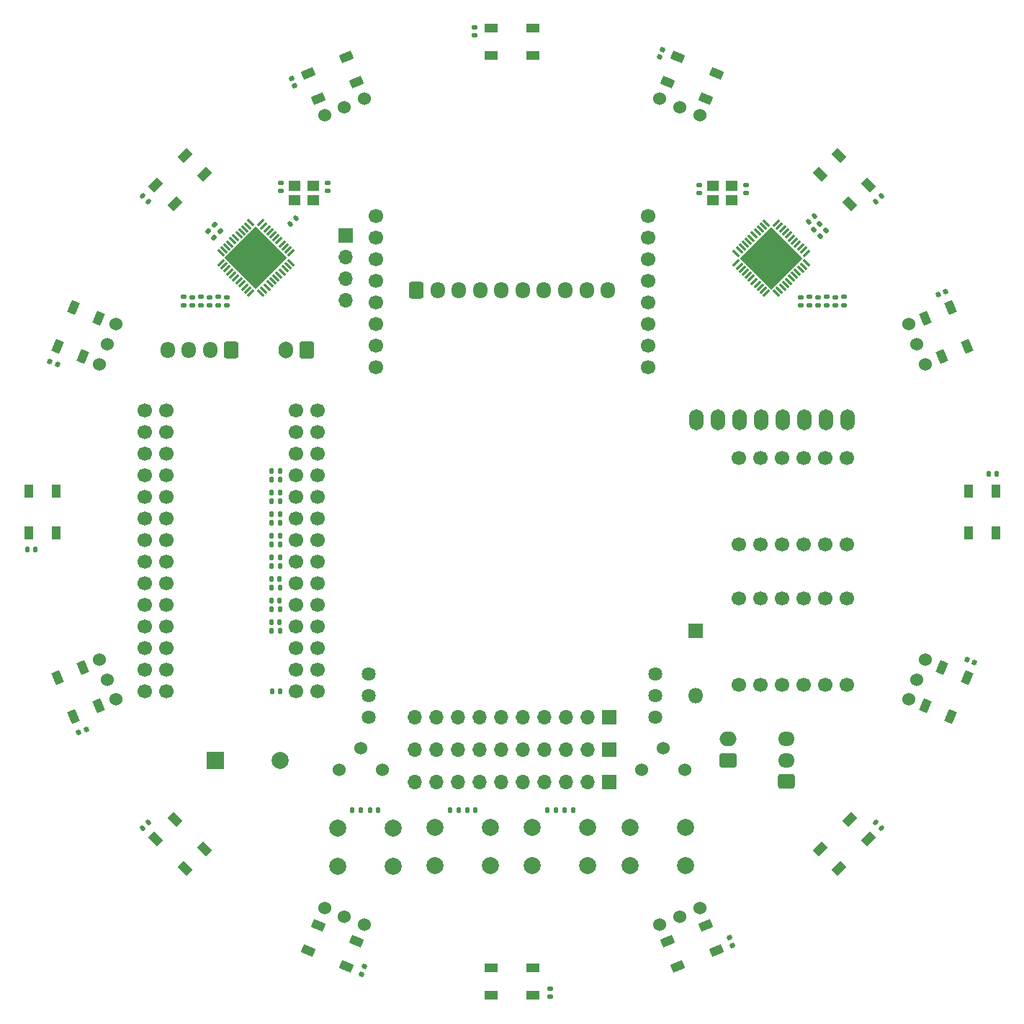
<source format=gbr>
%TF.GenerationSoftware,KiCad,Pcbnew,(6.0.5)*%
%TF.CreationDate,2022-10-16T22:52:23+09:00*%
%TF.ProjectId,main_board_Teensy,6d61696e-5f62-46f6-9172-645f5465656e,rev?*%
%TF.SameCoordinates,Original*%
%TF.FileFunction,Soldermask,Top*%
%TF.FilePolarity,Negative*%
%FSLAX46Y46*%
G04 Gerber Fmt 4.6, Leading zero omitted, Abs format (unit mm)*
G04 Created by KiCad (PCBNEW (6.0.5)) date 2022-10-16 22:52:23*
%MOMM*%
%LPD*%
G01*
G04 APERTURE LIST*
G04 Aperture macros list*
%AMRoundRect*
0 Rectangle with rounded corners*
0 $1 Rounding radius*
0 $2 $3 $4 $5 $6 $7 $8 $9 X,Y pos of 4 corners*
0 Add a 4 corners polygon primitive as box body*
4,1,4,$2,$3,$4,$5,$6,$7,$8,$9,$2,$3,0*
0 Add four circle primitives for the rounded corners*
1,1,$1+$1,$2,$3*
1,1,$1+$1,$4,$5*
1,1,$1+$1,$6,$7*
1,1,$1+$1,$8,$9*
0 Add four rect primitives between the rounded corners*
20,1,$1+$1,$2,$3,$4,$5,0*
20,1,$1+$1,$4,$5,$6,$7,0*
20,1,$1+$1,$6,$7,$8,$9,0*
20,1,$1+$1,$8,$9,$2,$3,0*%
%AMRotRect*
0 Rectangle, with rotation*
0 The origin of the aperture is its center*
0 $1 length*
0 $2 width*
0 $3 Rotation angle, in degrees counterclockwise*
0 Add horizontal line*
21,1,$1,$2,0,0,$3*%
G04 Aperture macros list end*
%ADD10RoundRect,0.135000X0.035355X-0.226274X0.226274X-0.035355X-0.035355X0.226274X-0.226274X0.035355X0*%
%ADD11RoundRect,0.140000X-0.140000X-0.170000X0.140000X-0.170000X0.140000X0.170000X-0.140000X0.170000X0*%
%ADD12RoundRect,0.140000X0.140000X0.170000X-0.140000X0.170000X-0.140000X-0.170000X0.140000X-0.170000X0*%
%ADD13RoundRect,0.147500X0.172500X-0.147500X0.172500X0.147500X-0.172500X0.147500X-0.172500X-0.147500X0*%
%ADD14RoundRect,0.135000X-0.185000X0.135000X-0.185000X-0.135000X0.185000X-0.135000X0.185000X0.135000X0*%
%ADD15RotRect,1.500000X1.000000X315.000000*%
%ADD16RoundRect,0.135000X-0.135000X-0.185000X0.135000X-0.185000X0.135000X0.185000X-0.135000X0.185000X0*%
%ADD17RotRect,1.500000X1.000000X157.500000*%
%ADD18RoundRect,0.140000X-0.021213X0.219203X-0.219203X0.021213X0.021213X-0.219203X0.219203X-0.021213X0*%
%ADD19RotRect,1.500000X1.000000X202.500000*%
%ADD20RoundRect,0.140000X-0.064287X-0.210635X0.194399X-0.103484X0.064287X0.210635X-0.194399X0.103484X0*%
%ADD21RoundRect,0.140000X0.064287X0.210635X-0.194399X0.103484X-0.064287X-0.210635X0.194399X-0.103484X0*%
%ADD22RoundRect,0.062500X0.291682X0.380070X-0.380070X-0.291682X-0.291682X-0.380070X0.380070X0.291682X0*%
%ADD23RoundRect,0.062500X-0.291682X0.380070X-0.380070X0.291682X0.291682X-0.380070X0.380070X-0.291682X0*%
%ADD24RotRect,5.200000X5.200000X225.000000*%
%ADD25C,2.000000*%
%ADD26RotRect,1.500000X1.000000X67.500000*%
%ADD27R,1.000000X1.500000*%
%ADD28RotRect,1.500000X1.000000X225.000000*%
%ADD29RoundRect,0.140000X0.219203X0.021213X0.021213X0.219203X-0.219203X-0.021213X-0.021213X-0.219203X0*%
%ADD30RoundRect,0.140000X-0.103484X0.194399X-0.210635X-0.064287X0.103484X-0.194399X0.210635X0.064287X0*%
%ADD31R,1.400000X1.200000*%
%ADD32RoundRect,0.140000X-0.194399X-0.103484X0.064287X-0.210635X0.194399X0.103484X-0.064287X0.210635X0*%
%ADD33RoundRect,0.140000X-0.170000X0.140000X-0.170000X-0.140000X0.170000X-0.140000X0.170000X0.140000X0*%
%ADD34RoundRect,0.140000X0.170000X-0.140000X0.170000X0.140000X-0.170000X0.140000X-0.170000X-0.140000X0*%
%ADD35RoundRect,0.135000X0.135000X0.185000X-0.135000X0.185000X-0.135000X-0.185000X0.135000X-0.185000X0*%
%ADD36RoundRect,0.140000X-0.219203X-0.021213X-0.021213X-0.219203X0.219203X0.021213X0.021213X0.219203X0*%
%ADD37R,1.500000X1.000000*%
%ADD38RotRect,1.500000X1.000000X22.500000*%
%ADD39RoundRect,0.135000X0.226274X0.035355X0.035355X0.226274X-0.226274X-0.035355X-0.035355X-0.226274X0*%
%ADD40RoundRect,0.140000X0.021213X-0.219203X0.219203X-0.021213X-0.021213X0.219203X-0.219203X0.021213X0*%
%ADD41RotRect,1.500000X1.000000X337.500000*%
%ADD42C,1.524000*%
%ADD43RotRect,1.500000X1.000000X112.500000*%
%ADD44RotRect,1.500000X1.000000X247.500000*%
%ADD45RoundRect,0.140000X0.194399X0.103484X-0.064287X0.210635X-0.194399X-0.103484X0.064287X-0.210635X0*%
%ADD46RotRect,1.500000X1.000000X45.000000*%
%ADD47RoundRect,0.140000X-0.210635X0.064287X-0.103484X-0.194399X0.210635X-0.064287X0.103484X0.194399X0*%
%ADD48RotRect,1.500000X1.000000X292.500000*%
%ADD49RoundRect,0.140000X0.210635X-0.064287X0.103484X0.194399X-0.210635X0.064287X-0.103484X-0.194399X0*%
%ADD50RoundRect,0.140000X0.103484X-0.194399X0.210635X0.064287X-0.103484X0.194399X-0.210635X-0.064287X0*%
%ADD51RotRect,1.500000X1.000000X135.000000*%
%ADD52R,1.800000X1.800000*%
%ADD53O,1.800000X1.800000*%
%ADD54R,2.000000X2.000000*%
%ADD55R,1.700000X1.700000*%
%ADD56O,1.700000X1.700000*%
%ADD57C,1.635000*%
%ADD58C,1.700000*%
%ADD59RoundRect,0.250000X0.600000X0.725000X-0.600000X0.725000X-0.600000X-0.725000X0.600000X-0.725000X0*%
%ADD60O,1.700000X1.950000*%
%ADD61RoundRect,0.250000X0.600000X0.750000X-0.600000X0.750000X-0.600000X-0.750000X0.600000X-0.750000X0*%
%ADD62O,1.700000X2.000000*%
%ADD63RoundRect,0.250000X0.725000X-0.600000X0.725000X0.600000X-0.725000X0.600000X-0.725000X-0.600000X0*%
%ADD64O,1.950000X1.700000*%
%ADD65RoundRect,0.250000X0.750000X-0.600000X0.750000X0.600000X-0.750000X0.600000X-0.750000X-0.600000X0*%
%ADD66O,2.000000X1.700000*%
%ADD67RoundRect,0.250000X-0.600000X-0.725000X0.600000X-0.725000X0.600000X0.725000X-0.600000X0.725000X0*%
%ADD68O,1.700000X2.500000*%
G04 APERTURE END LIST*
D10*
%TO.C,R3*%
X193695376Y-69194624D03*
X194416624Y-68473376D03*
%TD*%
D11*
%TO.C,C26*%
X129212400Y-106984800D03*
X130172400Y-106984800D03*
%TD*%
D12*
%TO.C,C13*%
X101444000Y-106046000D03*
X100484000Y-106046000D03*
%TD*%
D13*
%TO.C,D15*%
X191389000Y-77320000D03*
X191389000Y-76350000D03*
%TD*%
D12*
%TO.C,C32*%
X130172400Y-104444800D03*
X129212400Y-104444800D03*
%TD*%
D14*
%TO.C,R9*%
X122936000Y-76325000D03*
X122936000Y-77345000D03*
%TD*%
D15*
%TO.C,D7*%
X195943780Y-59672397D03*
X193681039Y-61935138D03*
X197145862Y-65399961D03*
X199408603Y-63137220D03*
%TD*%
D16*
%TO.C,R1*%
X161590800Y-136652000D03*
X162610800Y-136652000D03*
%TD*%
%TO.C,R14*%
X129182400Y-100380800D03*
X130202400Y-100380800D03*
%TD*%
D12*
%TO.C,C33*%
X130149000Y-112014000D03*
X129189000Y-112014000D03*
%TD*%
D17*
%TO.C,D20*%
X137990247Y-155055583D03*
X139214834Y-152099168D03*
X134687825Y-150224019D03*
X133463238Y-153180434D03*
%TD*%
D11*
%TO.C,C29*%
X152224800Y-136652000D03*
X153184800Y-136652000D03*
%TD*%
D18*
%TO.C,C6*%
X114713475Y-138081346D03*
X114034653Y-138760168D03*
%TD*%
D19*
%TO.C,D8*%
X181496762Y-153180434D03*
X180272175Y-150224019D03*
X175745166Y-152099168D03*
X176969753Y-155055583D03*
%TD*%
D20*
%TO.C,C14*%
X207549486Y-76050307D03*
X208436410Y-75682931D03*
%TD*%
D21*
%TO.C,C10*%
X107410515Y-127151693D03*
X106523591Y-127519069D03*
%TD*%
D22*
%TO.C,U2*%
X192087736Y-71177798D03*
X191734182Y-70824245D03*
X191380629Y-70470691D03*
X191027076Y-70117138D03*
X190673522Y-69763585D03*
X190319969Y-69410031D03*
X189966415Y-69056478D03*
X189612862Y-68702924D03*
X189259309Y-68349371D03*
X188905755Y-67995818D03*
X188552202Y-67642264D03*
D23*
X187367798Y-67642264D03*
X187014245Y-67995818D03*
X186660691Y-68349371D03*
X186307138Y-68702924D03*
X185953585Y-69056478D03*
X185600031Y-69410031D03*
X185246478Y-69763585D03*
X184892924Y-70117138D03*
X184539371Y-70470691D03*
X184185818Y-70824245D03*
X183832264Y-71177798D03*
D22*
X183832264Y-72362202D03*
X184185818Y-72715755D03*
X184539371Y-73069309D03*
X184892924Y-73422862D03*
X185246478Y-73776415D03*
X185600031Y-74129969D03*
X185953585Y-74483522D03*
X186307138Y-74837076D03*
X186660691Y-75190629D03*
X187014245Y-75544182D03*
X187367798Y-75897736D03*
D23*
X188552202Y-75897736D03*
X188905755Y-75544182D03*
X189259309Y-75190629D03*
X189612862Y-74837076D03*
X189966415Y-74483522D03*
X190319969Y-74129969D03*
X190673522Y-73776415D03*
X191027076Y-73422862D03*
X191380629Y-73069309D03*
X191734182Y-72715755D03*
X192087736Y-72362202D03*
D24*
X187960000Y-71770000D03*
%TD*%
D11*
%TO.C,C3*%
X163680800Y-136652000D03*
X164640800Y-136652000D03*
%TD*%
D25*
%TO.C,programmable switch*%
X137010000Y-143256000D03*
X143510000Y-143256000D03*
X143510000Y-138756000D03*
X137010000Y-138756000D03*
%TD*%
D26*
%TO.C,D12*%
X104024493Y-82110865D03*
X106980908Y-83335452D03*
X108856057Y-78808443D03*
X105899642Y-77583856D03*
%TD*%
D14*
%TO.C,R4*%
X196469000Y-76323000D03*
X196469000Y-77343000D03*
%TD*%
D27*
%TO.C,D19*%
X214326000Y-99151000D03*
X211126000Y-99151000D03*
X211126000Y-104051000D03*
X214326000Y-104051000D03*
%TD*%
D28*
%TO.C,D5*%
X199408603Y-140064780D03*
X197145862Y-137802039D03*
X193681039Y-141266862D03*
X195943780Y-143529603D03*
%TD*%
D29*
%TO.C,C21*%
X114713475Y-65120654D03*
X114034653Y-64441832D03*
%TD*%
D30*
%TO.C,C20*%
X140142596Y-155072542D03*
X139775220Y-155959466D03*
%TD*%
D16*
%TO.C,R19*%
X138702800Y-136652000D03*
X139722800Y-136652000D03*
%TD*%
D31*
%TO.C,Y2*%
X131920761Y-64985000D03*
X134120761Y-64985000D03*
X134120761Y-63285000D03*
X131920761Y-63285000D03*
%TD*%
D32*
%TO.C,C5*%
X210951542Y-118938404D03*
X211838466Y-119305780D03*
%TD*%
D13*
%TO.C,D13*%
X195453000Y-77320000D03*
X195453000Y-76350000D03*
%TD*%
%TO.C,D18*%
X123952000Y-77320000D03*
X123952000Y-76350000D03*
%TD*%
D33*
%TO.C,C18*%
X135763000Y-62893000D03*
X135763000Y-63853000D03*
%TD*%
D34*
%TO.C,C4*%
X153035000Y-45565000D03*
X153035000Y-44605000D03*
%TD*%
D25*
%TO.C,Cam Reset*%
X171375000Y-143220000D03*
X177875000Y-143220000D03*
X177875000Y-138720000D03*
X171375000Y-138720000D03*
%TD*%
D35*
%TO.C,R23*%
X130177000Y-115620800D03*
X129157000Y-115620800D03*
%TD*%
D22*
%TO.C,U5*%
X131478497Y-71147798D03*
X131124943Y-70794245D03*
X130771390Y-70440691D03*
X130417837Y-70087138D03*
X130064283Y-69733585D03*
X129710730Y-69380031D03*
X129357176Y-69026478D03*
X129003623Y-68672924D03*
X128650070Y-68319371D03*
X128296516Y-67965818D03*
X127942963Y-67612264D03*
D23*
X126758559Y-67612264D03*
X126405006Y-67965818D03*
X126051452Y-68319371D03*
X125697899Y-68672924D03*
X125344346Y-69026478D03*
X124990792Y-69380031D03*
X124637239Y-69733585D03*
X124283685Y-70087138D03*
X123930132Y-70440691D03*
X123576579Y-70794245D03*
X123223025Y-71147798D03*
D22*
X123223025Y-72332202D03*
X123576579Y-72685755D03*
X123930132Y-73039309D03*
X124283685Y-73392862D03*
X124637239Y-73746415D03*
X124990792Y-74099969D03*
X125344346Y-74453522D03*
X125697899Y-74807076D03*
X126051452Y-75160629D03*
X126405006Y-75514182D03*
X126758559Y-75867736D03*
D23*
X127942963Y-75867736D03*
X128296516Y-75514182D03*
X128650070Y-75160629D03*
X129003623Y-74807076D03*
X129357176Y-74453522D03*
X129710730Y-74099969D03*
X130064283Y-73746415D03*
X130417837Y-73392862D03*
X130771390Y-73039309D03*
X131124943Y-72685755D03*
X131478497Y-72332202D03*
D24*
X127350761Y-71740000D03*
%TD*%
D27*
%TO.C,D9*%
X100635000Y-104051000D03*
X103835000Y-104051000D03*
X103835000Y-99151000D03*
X100635000Y-99151000D03*
%TD*%
D12*
%TO.C,C24*%
X130200400Y-122732800D03*
X129240400Y-122732800D03*
%TD*%
%TO.C,C34*%
X130147000Y-114604800D03*
X129187000Y-114604800D03*
%TD*%
D36*
%TO.C,C9*%
X200246525Y-138081346D03*
X200925347Y-138760168D03*
%TD*%
D11*
%TO.C,C28*%
X129189000Y-109524800D03*
X130149000Y-109524800D03*
%TD*%
D37*
%TO.C,D11*%
X159930000Y-158445000D03*
X159930000Y-155245000D03*
X155030000Y-155245000D03*
X155030000Y-158445000D03*
%TD*%
D33*
%TO.C,C15*%
X161925000Y-157637000D03*
X161925000Y-158597000D03*
%TD*%
D10*
%TO.C,R2*%
X192933376Y-68432624D03*
X193654624Y-67711376D03*
%TD*%
D38*
%TO.C,D22*%
X133462473Y-50019718D03*
X134687060Y-52976133D03*
X139214069Y-51100984D03*
X137989482Y-48144569D03*
%TD*%
D16*
%TO.C,R18*%
X150162800Y-136652000D03*
X151182800Y-136652000D03*
%TD*%
D39*
%TO.C,R10*%
X123190000Y-68580000D03*
X122468752Y-67858752D03*
%TD*%
D31*
%TO.C,Y1*%
X181100000Y-64985000D03*
X183300000Y-64985000D03*
X183300000Y-63285000D03*
X181100000Y-63285000D03*
%TD*%
D34*
%TO.C,C17*%
X130302000Y-63853000D03*
X130302000Y-62893000D03*
%TD*%
D13*
%TO.C,D16*%
X119888000Y-77320000D03*
X119888000Y-76350000D03*
%TD*%
D35*
%TO.C,R20*%
X130202400Y-102920800D03*
X129182400Y-102920800D03*
%TD*%
D16*
%TO.C,R17*%
X129157000Y-110540800D03*
X130177000Y-110540800D03*
%TD*%
D33*
%TO.C,C2*%
X184962800Y-63147000D03*
X184962800Y-64107000D03*
%TD*%
D40*
%TO.C,C7*%
X192319589Y-67522411D03*
X192998411Y-66843589D03*
%TD*%
D12*
%TO.C,C31*%
X130172400Y-101904800D03*
X129212400Y-101904800D03*
%TD*%
D39*
%TO.C,R11*%
X122428000Y-69342000D03*
X121706752Y-68620752D03*
%TD*%
D41*
%TO.C,D4*%
X176970518Y-48144569D03*
X175745931Y-51100984D03*
X180272940Y-52976133D03*
X181497527Y-50019718D03*
%TD*%
D16*
%TO.C,R15*%
X129182400Y-108000800D03*
X130202400Y-108000800D03*
%TD*%
D14*
%TO.C,R7*%
X118872000Y-76325000D03*
X118872000Y-77345000D03*
%TD*%
D11*
%TO.C,C19*%
X213516000Y-97156000D03*
X214476000Y-97156000D03*
%TD*%
D42*
%TO.C,R12*%
X172720000Y-131921000D03*
X175260000Y-129381000D03*
X177800000Y-131921000D03*
%TD*%
D14*
%TO.C,R6*%
X192405000Y-76323000D03*
X192405000Y-77343000D03*
%TD*%
D35*
%TO.C,R21*%
X130202400Y-105460800D03*
X129182400Y-105460800D03*
%TD*%
D14*
%TO.C,R5*%
X194437000Y-76325000D03*
X194437000Y-77345000D03*
%TD*%
D43*
%TO.C,D6*%
X105899642Y-125618144D03*
X108856057Y-124393557D03*
X106980908Y-119866548D03*
X104024493Y-121091135D03*
%TD*%
D35*
%TO.C,R22*%
X130179000Y-113030000D03*
X129159000Y-113030000D03*
%TD*%
D13*
%TO.C,D14*%
X193421000Y-77320000D03*
X193421000Y-76350000D03*
%TD*%
D44*
%TO.C,D2*%
X210936431Y-121091518D03*
X207980016Y-119866931D03*
X206104867Y-124393940D03*
X209061282Y-125618527D03*
%TD*%
D45*
%TO.C,C16*%
X104008458Y-84263596D03*
X103121534Y-83896220D03*
%TD*%
D46*
%TO.C,D21*%
X115551397Y-63137220D03*
X117814138Y-65399961D03*
X121278961Y-61935138D03*
X119016220Y-59672397D03*
%TD*%
D34*
%TO.C,C1*%
X179451000Y-64107000D03*
X179451000Y-63147000D03*
%TD*%
D42*
%TO.C,R13*%
X137160000Y-131921000D03*
X139700000Y-129381000D03*
X142240000Y-131921000D03*
%TD*%
D25*
%TO.C,Gyro Reset*%
X166370000Y-143220000D03*
X159870000Y-143220000D03*
X159870000Y-138720000D03*
X166370000Y-138720000D03*
%TD*%
D11*
%TO.C,C30*%
X140766800Y-136652000D03*
X141726800Y-136652000D03*
%TD*%
%TO.C,C25*%
X129212400Y-99364800D03*
X130172400Y-99364800D03*
%TD*%
%TO.C,C27*%
X129212400Y-96824800D03*
X130172400Y-96824800D03*
%TD*%
D25*
%TO.C,SW10*%
X154940000Y-143220000D03*
X148440000Y-143220000D03*
X148440000Y-138720000D03*
X154940000Y-138720000D03*
%TD*%
D37*
%TO.C,D1*%
X155030000Y-44755000D03*
X155030000Y-47955000D03*
X159930000Y-47955000D03*
X159930000Y-44755000D03*
%TD*%
D47*
%TO.C,C12*%
X183030693Y-151670485D03*
X183398069Y-152557409D03*
%TD*%
D40*
%TO.C,C11*%
X200246525Y-65120654D03*
X200925347Y-64441832D03*
%TD*%
D16*
%TO.C,R16*%
X129182400Y-97840800D03*
X130202400Y-97840800D03*
%TD*%
D48*
%TO.C,D10*%
X209061282Y-77583473D03*
X206104867Y-78808060D03*
X207980016Y-83335069D03*
X210936431Y-82110482D03*
%TD*%
D49*
%TO.C,C23*%
X131929307Y-51531515D03*
X131561931Y-50644591D03*
%TD*%
D40*
%TO.C,C22*%
X131401178Y-67734822D03*
X132080000Y-67056000D03*
%TD*%
D13*
%TO.C,D17*%
X121920000Y-77320000D03*
X121920000Y-76350000D03*
%TD*%
D50*
%TO.C,C8*%
X174817404Y-48129458D03*
X175184780Y-47242534D03*
%TD*%
D14*
%TO.C,R8*%
X120904000Y-76325000D03*
X120904000Y-77345000D03*
%TD*%
D51*
%TO.C,D3*%
X119016927Y-143528896D03*
X121279668Y-141266155D03*
X117814845Y-137801332D03*
X115552104Y-140064073D03*
%TD*%
D42*
%TO.C,U15*%
X179532346Y-148202733D03*
X177185692Y-149174749D03*
X174839038Y-150146765D03*
%TD*%
D52*
%TO.C,D23*%
X179070000Y-115570000D03*
D53*
X179070000Y-123190000D03*
%TD*%
D54*
%TO.C,BZ1*%
X122565000Y-130810000D03*
D25*
X130165000Y-130810000D03*
%TD*%
D42*
%TO.C,U10*%
X108934235Y-84241962D03*
X109906251Y-81895308D03*
X110878267Y-79548654D03*
%TD*%
D55*
%TO.C,J1*%
X168910000Y-133350000D03*
D56*
X166370000Y-133350000D03*
X163830000Y-133350000D03*
X161290000Y-133350000D03*
X158750000Y-133350000D03*
X156210000Y-133350000D03*
X153670000Y-133350000D03*
X151130000Y-133350000D03*
X148590000Y-133350000D03*
X146050000Y-133350000D03*
%TD*%
D42*
%TO.C,U9*%
X110878267Y-123653346D03*
X109906251Y-121306692D03*
X108934235Y-118960038D03*
%TD*%
D57*
%TO.C,SW4*%
X140615000Y-125730000D03*
X140615000Y-123190000D03*
X140615000Y-120650000D03*
%TD*%
D42*
%TO.C,U13*%
X204081732Y-79548653D03*
X205053748Y-81895307D03*
X206025764Y-84241961D03*
%TD*%
D58*
%TO.C,U7*%
X134620000Y-94790000D03*
X132080000Y-120190000D03*
X114300000Y-117650000D03*
X116840000Y-122730000D03*
X134620000Y-112570000D03*
X134620000Y-115110000D03*
X116840000Y-120190000D03*
X116840000Y-117650000D03*
X116840000Y-115110000D03*
X116840000Y-112570000D03*
X116840000Y-110030000D03*
X116840000Y-107490000D03*
X116840000Y-104950000D03*
X116840000Y-102410000D03*
X116840000Y-99870000D03*
X116840000Y-97330000D03*
X116840000Y-94790000D03*
X116840000Y-92250000D03*
X116840000Y-89710000D03*
X114300000Y-89710000D03*
X134620000Y-92250000D03*
X134620000Y-89710000D03*
X132080000Y-89710000D03*
X132080000Y-92250000D03*
X132080000Y-94790000D03*
X132080000Y-97330000D03*
X132080000Y-99870000D03*
X132080000Y-102410000D03*
X132080000Y-104950000D03*
X132080000Y-107490000D03*
X132080000Y-110030000D03*
X132080000Y-112570000D03*
X132080000Y-115110000D03*
X114300000Y-112570000D03*
X132080000Y-117650000D03*
X134620000Y-97330000D03*
X132080000Y-122730000D03*
X134620000Y-122730000D03*
X134620000Y-99870000D03*
X134620000Y-107490000D03*
X134620000Y-104950000D03*
X134620000Y-110030000D03*
X134620000Y-102410000D03*
X114300000Y-102410000D03*
X114300000Y-92250000D03*
X114300000Y-99870000D03*
X114300000Y-94790000D03*
X114300000Y-97330000D03*
X114300000Y-122730000D03*
X114300000Y-120190000D03*
X114300000Y-115110000D03*
X114300000Y-110030000D03*
X114300000Y-107490000D03*
X114300000Y-104950000D03*
X134620000Y-120190000D03*
X134620000Y-117650000D03*
%TD*%
D42*
%TO.C,U12*%
X174839038Y-53055235D03*
X177185692Y-54027251D03*
X179532346Y-54999267D03*
%TD*%
D59*
%TO.C,J8*%
X124460000Y-82550000D03*
D60*
X121960000Y-82550000D03*
X119460000Y-82550000D03*
X116960000Y-82550000D03*
%TD*%
D61*
%TO.C,J6*%
X133350000Y-82550000D03*
D62*
X130850000Y-82550000D03*
%TD*%
D42*
%TO.C,U14*%
X206025765Y-118960038D03*
X205053749Y-121306692D03*
X204081733Y-123653346D03*
%TD*%
D58*
%TO.C,U4*%
X184150000Y-121920000D03*
X186690000Y-121920000D03*
X189230000Y-121920000D03*
X191770000Y-121920000D03*
X194310000Y-121920000D03*
X196850000Y-121920000D03*
X196850000Y-111760000D03*
X194310000Y-111760000D03*
X191770000Y-111760000D03*
X189230000Y-111760000D03*
X186690000Y-111760000D03*
X184150000Y-111760000D03*
%TD*%
D55*
%TO.C,J7*%
X168910000Y-125730000D03*
D56*
X166370000Y-125730000D03*
X163830000Y-125730000D03*
X161290000Y-125730000D03*
X158750000Y-125730000D03*
X156210000Y-125730000D03*
X153670000Y-125730000D03*
X151130000Y-125730000D03*
X148590000Y-125730000D03*
X146050000Y-125730000D03*
%TD*%
D58*
%TO.C,U6*%
X141480000Y-66802000D03*
X141480000Y-69342000D03*
X141480000Y-71882000D03*
X141480000Y-74422000D03*
X141480000Y-76962000D03*
X141480000Y-79502000D03*
X141480000Y-82042000D03*
X141480000Y-84582000D03*
X173480000Y-84582000D03*
X173480000Y-82042000D03*
X173480000Y-79502000D03*
X173480000Y-76962000D03*
X173480000Y-74422000D03*
X173480000Y-71882000D03*
X173480000Y-69342000D03*
X173480000Y-66802000D03*
%TD*%
D55*
%TO.C,J4*%
X168910000Y-129540000D03*
D56*
X166370000Y-129540000D03*
X163830000Y-129540000D03*
X161290000Y-129540000D03*
X158750000Y-129540000D03*
X156210000Y-129540000D03*
X153670000Y-129540000D03*
X151130000Y-129540000D03*
X148590000Y-129540000D03*
X146050000Y-129540000D03*
%TD*%
D63*
%TO.C,J5*%
X189755000Y-133310000D03*
D64*
X189755000Y-130810000D03*
X189755000Y-128310000D03*
%TD*%
D55*
%TO.C,J3*%
X137922000Y-69098000D03*
D56*
X137922000Y-71638000D03*
X137922000Y-74178000D03*
X137922000Y-76718000D03*
%TD*%
D65*
%TO.C,J9*%
X182880000Y-130810000D03*
D66*
X182880000Y-128310000D03*
%TD*%
D67*
%TO.C,J2*%
X146230000Y-75510000D03*
D60*
X148730000Y-75510000D03*
X151230000Y-75510000D03*
X153730000Y-75510000D03*
X156230000Y-75510000D03*
X158730000Y-75510000D03*
X161230000Y-75510000D03*
X163730000Y-75510000D03*
X166230000Y-75510000D03*
X168730000Y-75510000D03*
%TD*%
D58*
%TO.C,U1*%
X184150000Y-105410000D03*
X186690000Y-105410000D03*
X189230000Y-105410000D03*
X191770000Y-105410000D03*
X194310000Y-105410000D03*
X196850000Y-105410000D03*
X196850000Y-95250000D03*
X194310000Y-95250000D03*
X191770000Y-95250000D03*
X189230000Y-95250000D03*
X186690000Y-95250000D03*
X184150000Y-95250000D03*
%TD*%
D68*
%TO.C,U3*%
X179165000Y-90805000D03*
X181705000Y-90805000D03*
X184245000Y-90805000D03*
X186785000Y-90805000D03*
X189325000Y-90805000D03*
X191865000Y-90805000D03*
X194405000Y-90805000D03*
X196945000Y-90805000D03*
%TD*%
D57*
%TO.C,SW1*%
X174345000Y-120650000D03*
X174345000Y-123190000D03*
X174345000Y-125730000D03*
%TD*%
D42*
%TO.C,U8*%
X140120962Y-150146765D03*
X137774308Y-149174749D03*
X135427654Y-148202733D03*
%TD*%
%TO.C,U11*%
X135427654Y-54999267D03*
X137774308Y-54027251D03*
X140120962Y-53055235D03*
%TD*%
M02*

</source>
